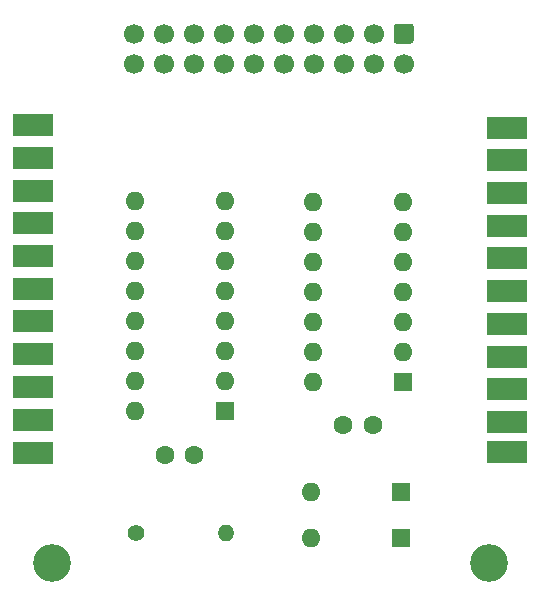
<source format=gbr>
%TF.GenerationSoftware,KiCad,Pcbnew,(5.1.9)-1*%
%TF.CreationDate,2021-05-02T21:25:19-04:00*%
%TF.ProjectId,A-Max,412d4d61-782e-46b6-9963-61645f706362,1.0*%
%TF.SameCoordinates,Original*%
%TF.FileFunction,Soldermask,Bot*%
%TF.FilePolarity,Negative*%
%FSLAX46Y46*%
G04 Gerber Fmt 4.6, Leading zero omitted, Abs format (unit mm)*
G04 Created by KiCad (PCBNEW (5.1.9)-1) date 2021-05-02 21:25:19*
%MOMM*%
%LPD*%
G01*
G04 APERTURE LIST*
%ADD10C,1.600000*%
%ADD11C,3.200000*%
%ADD12R,3.480000X1.846667*%
%ADD13O,1.600000X1.600000*%
%ADD14R,1.600000X1.600000*%
%ADD15O,1.400000X1.400000*%
%ADD16C,1.400000*%
%ADD17C,1.700000*%
G04 APERTURE END LIST*
D10*
%TO.C,C2*%
X147158000Y-116343000D03*
X144658000Y-116343000D03*
%TD*%
%TO.C,C1*%
X132078000Y-118833000D03*
X129578000Y-118833000D03*
%TD*%
D11*
%TO.C,Hole2*%
X157000000Y-128000000D03*
%TD*%
D12*
%TO.C,J1*%
X118444000Y-90941000D03*
X118444000Y-93711000D03*
X118444000Y-96481000D03*
X118444000Y-99251000D03*
X118444000Y-102021000D03*
X118444000Y-104791000D03*
X118444000Y-107561000D03*
X118444000Y-110331000D03*
X118444000Y-113101000D03*
X118444000Y-115871000D03*
X118444000Y-118670000D03*
%TD*%
%TO.C,J3*%
X158500000Y-118611000D03*
X158500000Y-116071000D03*
X158500000Y-113301000D03*
X158500000Y-110531000D03*
X158500000Y-107761000D03*
X158500000Y-104991000D03*
X158500000Y-102221000D03*
X158500000Y-99451000D03*
X158500000Y-96681000D03*
X158500000Y-93911000D03*
X158500000Y-91141000D03*
%TD*%
D13*
%TO.C,D1*%
X141948000Y-125893000D03*
D14*
X149568000Y-125893000D03*
%TD*%
D11*
%TO.C,Hole1*%
X120000000Y-128000000D03*
%TD*%
D15*
%TO.C,R460*%
X134771000Y-125511000D03*
D16*
X127151000Y-125511000D03*
%TD*%
D13*
%TO.C,D2*%
X141948000Y-121993000D03*
D14*
X149568000Y-121993000D03*
%TD*%
D17*
%TO.C,J2*%
X126940000Y-85733000D03*
X129480000Y-85733000D03*
X132020000Y-85733000D03*
X134560000Y-85733000D03*
X137100000Y-85733000D03*
X139640000Y-85733000D03*
X142180000Y-85733000D03*
X144720000Y-85733000D03*
X147260000Y-85733000D03*
X149800000Y-85733000D03*
X126940000Y-83193000D03*
X129480000Y-83193000D03*
X132020000Y-83193000D03*
X134560000Y-83193000D03*
X137100000Y-83193000D03*
X139640000Y-83193000D03*
X142180000Y-83193000D03*
X144720000Y-83193000D03*
X147260000Y-83193000D03*
G36*
G01*
X149200000Y-82343000D02*
X150400000Y-82343000D01*
G75*
G02*
X150650000Y-82593000I0J-250000D01*
G01*
X150650000Y-83793000D01*
G75*
G02*
X150400000Y-84043000I-250000J0D01*
G01*
X149200000Y-84043000D01*
G75*
G02*
X148950000Y-83793000I0J250000D01*
G01*
X148950000Y-82593000D01*
G75*
G02*
X149200000Y-82343000I250000J0D01*
G01*
G37*
%TD*%
D13*
%TO.C,U2*%
X142137000Y-112684000D03*
X149757000Y-97444000D03*
X142137000Y-110144000D03*
X149757000Y-99984000D03*
X142137000Y-107604000D03*
X149757000Y-102524000D03*
X142137000Y-105064000D03*
X149757000Y-105064000D03*
X142137000Y-102524000D03*
X149757000Y-107604000D03*
X142137000Y-99984000D03*
X149757000Y-110144000D03*
X142137000Y-97444000D03*
D14*
X149757000Y-112684000D03*
%TD*%
D13*
%TO.C,U1*%
X127054000Y-115168000D03*
X134674000Y-97388000D03*
X127054000Y-112628000D03*
X134674000Y-99928000D03*
X127054000Y-110088000D03*
X134674000Y-102468000D03*
X127054000Y-107548000D03*
X134674000Y-105008000D03*
X127054000Y-105008000D03*
X134674000Y-107548000D03*
X127054000Y-102468000D03*
X134674000Y-110088000D03*
X127054000Y-99928000D03*
X134674000Y-112628000D03*
X127054000Y-97388000D03*
D14*
X134674000Y-115168000D03*
%TD*%
M02*

</source>
